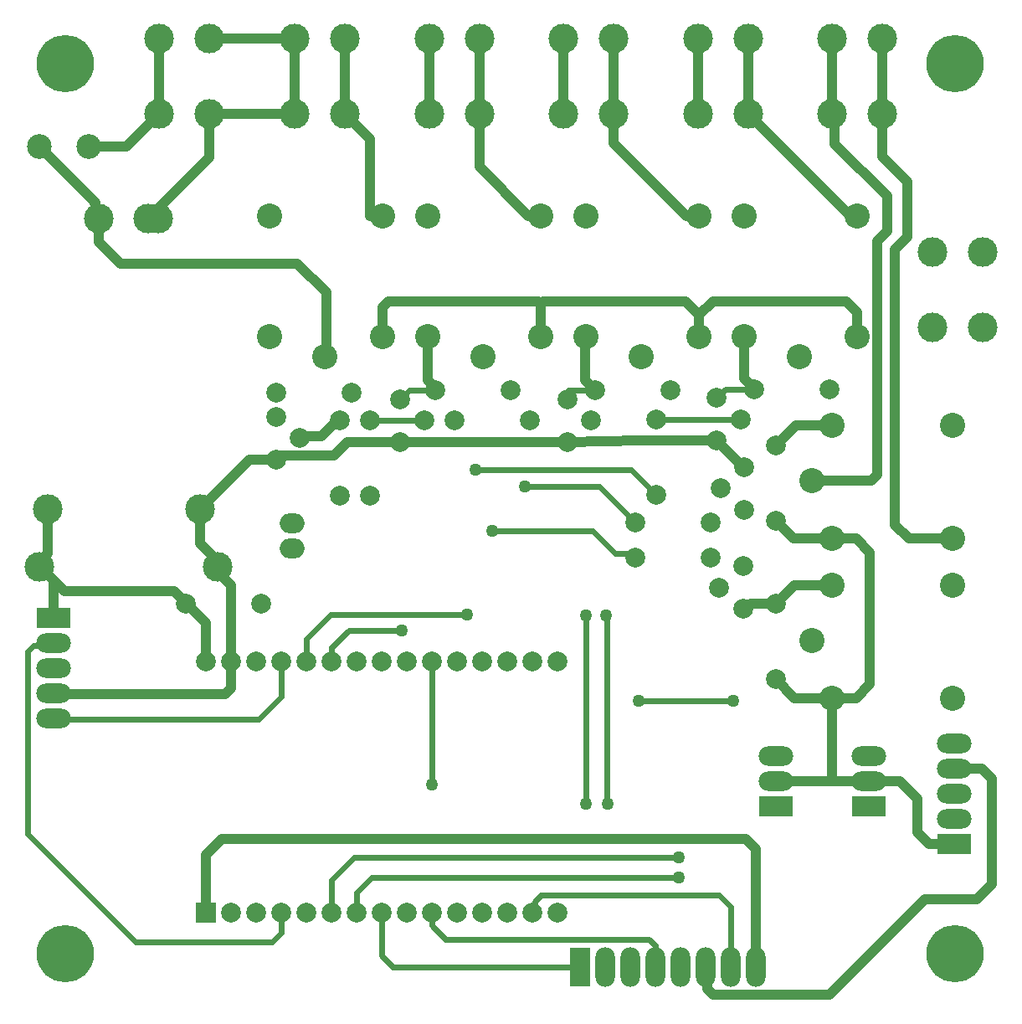
<source format=gbr>
G04*
G04 #@! TF.GenerationSoftware,Altium Limited,Altium Designer,24.3.1 (35)*
G04*
G04 Layer_Physical_Order=2*
G04 Layer_Color=16711680*
%FSLAX25Y25*%
%MOIN*%
G70*
G04*
G04 #@! TF.SameCoordinates,1CC19C7B-97DE-4EE6-9EAD-702A75026B31*
G04*
G04*
G04 #@! TF.FilePolarity,Positive*
G04*
G01*
G75*
%ADD37C,0.02362*%
%ADD38C,0.03937*%
%ADD39C,0.11811*%
%ADD40C,0.07874*%
%ADD41R,0.07874X0.07874*%
%ADD42C,0.10000*%
%ADD43O,0.09843X0.07874*%
%ADD44O,0.13780X0.07874*%
%ADD45R,0.13780X0.07874*%
%ADD46O,0.07874X0.15748*%
%ADD47R,0.07874X0.15748*%
%ADD48O,0.07874X0.15748*%
%ADD49C,0.09843*%
%ADD50C,0.22835*%
%ADD51C,0.05000*%
%ADD52C,0.03937*%
D37*
X4500Y67500D02*
Y140000D01*
X47600Y24400D02*
X101900D01*
X4500Y67500D02*
X47600Y24400D01*
X4500Y140000D02*
X6945Y142445D01*
X17945D01*
X18500Y143000D01*
X96500Y113000D02*
X105500Y122000D01*
X17860Y113000D02*
X96500D01*
X165500Y87000D02*
Y136000D01*
X248000Y120500D02*
X285500D01*
X134500Y58000D02*
X264000D01*
X141500Y50000D02*
X264000D01*
X135500Y44000D02*
X141500Y50000D01*
X125500Y49000D02*
X134500Y58000D01*
X125500Y36000D02*
Y49000D01*
X135500Y36000D02*
Y44000D01*
X206555Y37055D02*
Y40555D01*
X205500Y36000D02*
X206555Y37055D01*
Y40555D02*
X209100Y43100D01*
X279900D01*
X284500Y38500D01*
Y14500D02*
Y38500D01*
X235250Y79750D02*
X235500Y79500D01*
X235250Y79750D02*
Y154250D01*
X235000Y154500D02*
X235250Y154250D01*
X227000Y79500D02*
Y154500D01*
X189500Y188000D02*
X229500D01*
X238500Y179000D01*
X246500D01*
X232200Y205800D02*
X246500Y191500D01*
X202500Y205800D02*
X232200D01*
X183000Y212500D02*
X245000D01*
X255000Y202500D01*
X125677Y141677D02*
X132500Y148500D01*
X153500D01*
X125500Y136000D02*
X125677Y136177D01*
Y141677D01*
X155500Y136000D02*
X156427Y136927D01*
X105500Y122000D02*
Y136000D01*
X101900Y24400D02*
X105500Y28000D01*
Y36000D01*
X125250Y154750D02*
X179500D01*
X115500Y145000D02*
X125250Y154750D01*
X115500Y136000D02*
Y145000D01*
X156500Y244000D02*
X167000D01*
X153000Y240500D02*
X156500Y244000D01*
X220000D02*
X230500D01*
X216500Y240500D02*
X220000Y244000D01*
X254500Y14500D02*
Y23000D01*
X251900Y25600D02*
X254500Y23000D01*
X170900Y25600D02*
X251900D01*
X165500Y31000D02*
X170900Y25600D01*
X165500Y31000D02*
Y36000D01*
X282500Y244500D02*
X294000D01*
X279000Y241000D02*
X282500Y244500D01*
X150000Y14500D02*
X224500D01*
X145500Y19000D02*
X150000Y14500D01*
X145500Y19000D02*
Y36000D01*
X141000Y232000D02*
X162500D01*
X255000Y232500D02*
X288500D01*
D38*
X15000Y168295D02*
X19295Y164000D01*
X63000D02*
X75500Y151500D01*
X19295Y164000D02*
X63000D01*
X15000Y153500D02*
Y168295D01*
X9378Y173917D02*
X15000Y168295D01*
X85500Y125306D02*
Y136000D01*
X22000Y123000D02*
X83194D01*
X85500Y125306D01*
Y136000D02*
Y166531D01*
X219499Y223547D02*
X248300Y224000D01*
X216500Y223500D02*
X219499Y223547D01*
X103500Y218094D02*
X126594D01*
X92905Y216500D02*
X103500D01*
X73157Y196752D02*
X92905Y216500D01*
X73157Y183135D02*
X80244Y176048D01*
X73157Y183135D02*
Y196752D01*
X80244Y173917D02*
Y176048D01*
Y171787D02*
X85500Y166531D01*
X80244Y171787D02*
Y173917D01*
X9378D02*
Y176048D01*
X12528Y179198D02*
Y196752D01*
X9378Y176048D02*
X12528Y179198D01*
X347000Y307500D02*
Y321306D01*
X343000Y210306D02*
Y303500D01*
X347000Y307500D01*
X355000Y305000D02*
Y327000D01*
X350000Y190500D02*
Y300000D01*
X355000Y305000D01*
X345000Y337000D02*
X355000Y327000D01*
X326117Y342189D02*
X347000Y321306D01*
X330500Y279500D02*
X335000Y275000D01*
Y265500D02*
Y275000D01*
X277500Y279500D02*
X330500D01*
X272000Y265500D02*
Y274000D01*
X277500Y279500D01*
X266500D02*
X272000Y274000D01*
X210000Y279500D02*
X266500D01*
X290000Y248775D02*
Y265500D01*
X294000Y244500D02*
Y244775D01*
X290000Y248775D02*
X294000Y244775D01*
X226500Y248275D02*
Y266419D01*
X230500Y244000D02*
Y244275D01*
X226500Y248275D02*
X230500Y244275D01*
X209000Y265500D02*
Y278500D01*
X208000Y279500D02*
X209000Y278500D01*
X148306Y279500D02*
X208000D01*
X167000Y244000D02*
Y245065D01*
X164000Y248065D02*
Y267647D01*
Y248065D02*
X167000Y245065D01*
X146000Y277194D02*
X148306Y279500D01*
X146000Y262577D02*
Y277194D01*
X112000Y294500D02*
X123500Y283000D01*
Y256597D02*
Y283000D01*
X127935Y232000D02*
X129000D01*
X121688Y225753D02*
X127935Y232000D01*
X113753Y225753D02*
X121688D01*
X113000Y225000D02*
X113753Y225753D01*
X132000Y223500D02*
X153000D01*
X126594Y218094D02*
X132000Y223500D01*
X277559Y3469D02*
X323969D01*
X362000Y41500D01*
X382500D02*
X388500Y47500D01*
Y89500D01*
X362000Y41500D02*
X382500D01*
X373500Y93500D02*
X384500D01*
X388500Y89500D01*
X275253Y5775D02*
Y13747D01*
Y5775D02*
X277559Y3469D01*
X274500Y14500D02*
X275253Y13747D01*
X294500Y14500D02*
Y61500D01*
X82000Y65500D02*
X290500D01*
X294500Y61500D01*
X75500Y36000D02*
Y59000D01*
X82000Y65500D01*
X326000Y88500D02*
X339500D01*
X302500D02*
X326000D01*
X325000Y89500D02*
X326000Y88500D01*
X325000Y89500D02*
Y121500D01*
X363500Y63500D02*
X373500D01*
X359000Y68000D02*
X363500Y63500D01*
X359000Y68000D02*
Y81500D01*
X339500Y88500D02*
X352000D01*
X359000Y81500D01*
X340000Y127000D02*
Y179500D01*
X334500Y185000D02*
X340000Y179500D01*
X309500Y185000D02*
X334500D01*
X325000Y121500D02*
X334500D01*
X340000Y127000D01*
X310000Y121500D02*
X325000D01*
X302500Y129000D02*
X310000Y121500D01*
X302500Y159000D02*
X310000Y166500D01*
X325000D01*
X290565Y157000D02*
X292565Y159000D01*
X302500D01*
X289500Y157000D02*
X290565D01*
X345000Y354000D02*
Y384000D01*
X325000Y354000D02*
Y384000D01*
X355500Y185000D02*
X373000D01*
X350000Y190500D02*
X355500Y185000D01*
X340694Y208000D02*
X343000Y210306D01*
X317000Y208000D02*
X340694D01*
X345000Y337000D02*
Y354000D01*
X75500Y136000D02*
Y151500D01*
X310500Y230000D02*
X325000D01*
X302500Y222000D02*
X310500Y230000D01*
X373000Y185000D02*
X373500Y184500D01*
X326117Y342189D02*
Y352883D01*
X325000Y354000D02*
X326117Y352883D01*
X31493Y314007D02*
X33000Y312500D01*
X31493Y314007D02*
Y318677D01*
X30993Y319178D02*
X31493Y318677D01*
X30993Y319178D02*
Y319322D01*
X9315Y341000D02*
X30993Y319322D01*
X33000Y303000D02*
Y312500D01*
Y303000D02*
X41500Y294500D01*
X112000D01*
X77000Y354000D02*
X111000D01*
X77000Y384000D02*
X111000D01*
X238000Y342500D02*
Y354000D01*
Y342500D02*
X267000Y313500D01*
X302500Y192000D02*
X309500Y185000D01*
X248300Y224000D02*
X279000D01*
X289500Y213500D02*
X290000D01*
X279000Y224000D02*
X289500Y213500D01*
X29000Y341000D02*
X44000D01*
X57000Y354000D01*
X141000Y313500D02*
Y344000D01*
X131000Y354000D02*
X141000Y344000D01*
X184500Y333000D02*
X204000Y313500D01*
X184500Y333000D02*
Y354000D01*
X131000D02*
Y384000D01*
X291500Y354000D02*
X331500Y314000D01*
X77000Y336815D02*
Y354000D01*
X52685Y312500D02*
X77000Y336815D01*
X153000Y223500D02*
X216500D01*
X57000Y354000D02*
Y384000D01*
X184500Y354000D02*
Y384000D01*
X238000Y354000D02*
Y384000D01*
X291500Y354000D02*
Y384000D01*
X271500Y354000D02*
Y384000D01*
X218000Y354000D02*
Y384000D01*
X164500Y354000D02*
Y384000D01*
X111000Y354000D02*
Y384000D01*
D39*
X9378Y173917D02*
D03*
X80244D02*
D03*
X33000Y312500D02*
D03*
X56622D02*
D03*
X385000Y299000D02*
D03*
Y269000D02*
D03*
X365000Y299000D02*
D03*
Y269000D02*
D03*
X12528Y196752D02*
D03*
X73157D02*
D03*
X33000Y312500D02*
D03*
X52685D02*
D03*
X77000Y384000D02*
D03*
Y354000D02*
D03*
X57000Y384000D02*
D03*
Y354000D02*
D03*
X131000Y384000D02*
D03*
Y354000D02*
D03*
X111000Y384000D02*
D03*
Y354000D02*
D03*
X184500Y384000D02*
D03*
Y354000D02*
D03*
X164500Y384000D02*
D03*
Y354000D02*
D03*
X238000Y384000D02*
D03*
Y354000D02*
D03*
X218000Y384000D02*
D03*
Y354000D02*
D03*
X291500Y384000D02*
D03*
Y354000D02*
D03*
X271500Y384000D02*
D03*
Y354000D02*
D03*
X345000Y384000D02*
D03*
Y354000D02*
D03*
X325000Y384000D02*
D03*
Y354000D02*
D03*
D40*
X215500Y136000D02*
D03*
X205500D02*
D03*
X195500D02*
D03*
X185500D02*
D03*
X175500D02*
D03*
X165500D02*
D03*
X155500D02*
D03*
X145500D02*
D03*
X135500D02*
D03*
X125500D02*
D03*
X115500D02*
D03*
X105500D02*
D03*
X95500D02*
D03*
X85500D02*
D03*
X75500D02*
D03*
X215500Y36000D02*
D03*
X205500D02*
D03*
X195500D02*
D03*
X185500D02*
D03*
X175500D02*
D03*
X165500D02*
D03*
X155500D02*
D03*
X145500D02*
D03*
X135500D02*
D03*
X125500D02*
D03*
X115500D02*
D03*
X105500D02*
D03*
X95500D02*
D03*
X85500D02*
D03*
X289500Y174000D02*
D03*
X280000Y165500D02*
D03*
X289500Y157000D02*
D03*
X302500Y159000D02*
D03*
Y129000D02*
D03*
X276500Y177500D02*
D03*
X246500D02*
D03*
X103500Y233500D02*
D03*
X113000Y225000D02*
D03*
X103500Y216500D02*
D03*
X133500Y243000D02*
D03*
X103500D02*
D03*
X129000Y202000D02*
D03*
Y232000D02*
D03*
X153000Y240500D02*
D03*
X162500Y232000D02*
D03*
X153000Y223500D02*
D03*
X141000Y202000D02*
D03*
Y232000D02*
D03*
X197000Y244000D02*
D03*
X167000D02*
D03*
X174500Y232000D02*
D03*
X204500D02*
D03*
X219500Y240500D02*
D03*
X229000Y232000D02*
D03*
X219500Y223500D02*
D03*
X260500Y244000D02*
D03*
X230500D02*
D03*
X255000Y202500D02*
D03*
Y232500D02*
D03*
X279000Y241000D02*
D03*
X288500Y232500D02*
D03*
X279000Y224000D02*
D03*
X324000Y244500D02*
D03*
X294000D02*
D03*
X246500Y191500D02*
D03*
X276500D02*
D03*
X302500Y192000D02*
D03*
Y222000D02*
D03*
X290000Y196500D02*
D03*
X280500Y205000D02*
D03*
X290000Y213500D02*
D03*
X67500Y159000D02*
D03*
X97500D02*
D03*
D41*
X75500Y36000D02*
D03*
D42*
X325000Y166500D02*
D03*
Y121500D02*
D03*
X317000Y144500D02*
D03*
X373000Y166500D02*
D03*
Y121500D02*
D03*
Y185000D02*
D03*
Y230000D02*
D03*
X317000Y208000D02*
D03*
X325000Y185000D02*
D03*
Y230000D02*
D03*
X146000Y313500D02*
D03*
X101000D02*
D03*
X123000Y257500D02*
D03*
X146000Y265500D02*
D03*
X101000D02*
D03*
X209000Y313500D02*
D03*
X164000D02*
D03*
X186000Y257500D02*
D03*
X209000Y265500D02*
D03*
X164000D02*
D03*
X272000Y313500D02*
D03*
X227000D02*
D03*
X249000Y257500D02*
D03*
X272000Y265500D02*
D03*
X227000D02*
D03*
X335000Y313500D02*
D03*
X290000D02*
D03*
X312000Y257500D02*
D03*
X335000Y265500D02*
D03*
X290000D02*
D03*
D43*
X110000Y181000D02*
D03*
Y191000D02*
D03*
D44*
X373500Y73500D02*
D03*
Y83500D02*
D03*
Y93500D02*
D03*
Y103500D02*
D03*
X339500Y88500D02*
D03*
Y98500D02*
D03*
X302500Y88500D02*
D03*
Y98500D02*
D03*
X15000Y143500D02*
D03*
Y133500D02*
D03*
Y123500D02*
D03*
Y113500D02*
D03*
D45*
X373500Y63500D02*
D03*
X339500Y78500D02*
D03*
X302500D02*
D03*
X15000Y153500D02*
D03*
D46*
X264500Y14500D02*
D03*
X244500D02*
D03*
X254500D02*
D03*
X284500D02*
D03*
X274500D02*
D03*
X294500D02*
D03*
D47*
X224500D02*
D03*
D48*
X234500D02*
D03*
D49*
X9315Y341000D02*
D03*
X29000D02*
D03*
D50*
X19685Y19685D02*
D03*
Y374016D02*
D03*
X374016D02*
D03*
Y19685D02*
D03*
D51*
X165500Y87000D02*
D03*
X264000Y58000D02*
D03*
Y50000D02*
D03*
X285500Y120500D02*
D03*
X248000D02*
D03*
X235500Y79500D02*
D03*
X227000D02*
D03*
X235000Y154500D02*
D03*
X227000D02*
D03*
X189500Y188000D02*
D03*
X183000Y212500D02*
D03*
X153500Y148500D02*
D03*
X179500Y154750D02*
D03*
X202500Y205800D02*
D03*
D52*
X25810Y13560D02*
D03*
X13560D02*
D03*
X11024Y19685D02*
D03*
X13560Y25810D02*
D03*
X26006Y25908D02*
D03*
X28543Y19783D02*
D03*
X19685Y11024D02*
D03*
Y28346D02*
D03*
X25810Y367891D02*
D03*
X13560D02*
D03*
X11024Y374016D02*
D03*
X13560Y380140D02*
D03*
X26006Y380239D02*
D03*
X28543Y374114D02*
D03*
X19685Y365354D02*
D03*
Y382677D02*
D03*
X380140Y367891D02*
D03*
X367891D02*
D03*
X365354Y374016D02*
D03*
X367891Y380140D02*
D03*
X380337Y380239D02*
D03*
X382874Y374114D02*
D03*
X374016Y365354D02*
D03*
Y382677D02*
D03*
X380140Y13560D02*
D03*
X367891D02*
D03*
X365354Y19685D02*
D03*
X367891Y25810D02*
D03*
X380337Y25908D02*
D03*
X382874Y19783D02*
D03*
X374016Y11024D02*
D03*
Y28346D02*
D03*
M02*

</source>
